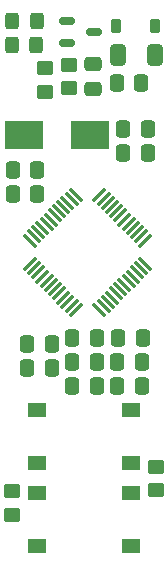
<source format=gbr>
%TF.GenerationSoftware,KiCad,Pcbnew,8.0.2*%
%TF.CreationDate,2024-07-28T15:43:25-06:00*%
%TF.ProjectId,stm32_devboard,73746d33-325f-4646-9576-626f6172642e,rev?*%
%TF.SameCoordinates,Original*%
%TF.FileFunction,Paste,Top*%
%TF.FilePolarity,Positive*%
%FSLAX46Y46*%
G04 Gerber Fmt 4.6, Leading zero omitted, Abs format (unit mm)*
G04 Created by KiCad (PCBNEW 8.0.2) date 2024-07-28 15:43:25*
%MOMM*%
%LPD*%
G01*
G04 APERTURE LIST*
G04 Aperture macros list*
%AMRoundRect*
0 Rectangle with rounded corners*
0 $1 Rounding radius*
0 $2 $3 $4 $5 $6 $7 $8 $9 X,Y pos of 4 corners*
0 Add a 4 corners polygon primitive as box body*
4,1,4,$2,$3,$4,$5,$6,$7,$8,$9,$2,$3,0*
0 Add four circle primitives for the rounded corners*
1,1,$1+$1,$2,$3*
1,1,$1+$1,$4,$5*
1,1,$1+$1,$6,$7*
1,1,$1+$1,$8,$9*
0 Add four rect primitives between the rounded corners*
20,1,$1+$1,$2,$3,$4,$5,0*
20,1,$1+$1,$4,$5,$6,$7,0*
20,1,$1+$1,$6,$7,$8,$9,0*
20,1,$1+$1,$8,$9,$2,$3,0*%
G04 Aperture macros list end*
%ADD10R,3.325000X2.400000*%
%ADD11R,1.550000X1.300000*%
%ADD12RoundRect,0.250000X-0.412500X-0.650000X0.412500X-0.650000X0.412500X0.650000X-0.412500X0.650000X0*%
%ADD13RoundRect,0.250000X-0.337500X-0.475000X0.337500X-0.475000X0.337500X0.475000X-0.337500X0.475000X0*%
%ADD14RoundRect,0.075000X-0.521491X0.415425X0.415425X-0.521491X0.521491X-0.415425X-0.415425X0.521491X0*%
%ADD15RoundRect,0.075000X-0.521491X-0.415425X-0.415425X-0.521491X0.521491X0.415425X0.415425X0.521491X0*%
%ADD16RoundRect,0.250000X-0.325000X-0.450000X0.325000X-0.450000X0.325000X0.450000X-0.325000X0.450000X0*%
%ADD17RoundRect,0.250000X0.337500X0.475000X-0.337500X0.475000X-0.337500X-0.475000X0.337500X-0.475000X0*%
%ADD18RoundRect,0.250000X0.450000X-0.350000X0.450000X0.350000X-0.450000X0.350000X-0.450000X-0.350000X0*%
%ADD19RoundRect,0.150000X-0.512500X-0.150000X0.512500X-0.150000X0.512500X0.150000X-0.512500X0.150000X0*%
%ADD20RoundRect,0.250000X-0.450000X0.350000X-0.450000X-0.350000X0.450000X-0.350000X0.450000X0.350000X0*%
%ADD21RoundRect,0.250000X-0.475000X0.337500X-0.475000X-0.337500X0.475000X-0.337500X0.475000X0.337500X0*%
%ADD22RoundRect,0.225000X-0.225000X-0.375000X0.225000X-0.375000X0.225000X0.375000X-0.225000X0.375000X0*%
G04 APERTURE END LIST*
D10*
%TO.C,Y1*%
X141415000Y-86233000D03*
X135890000Y-86233000D03*
%TD*%
D11*
%TO.C,SW1*%
X144945000Y-114010000D03*
X136995000Y-114010000D03*
X144945000Y-109510000D03*
X136995000Y-109510000D03*
%TD*%
D12*
%TO.C,C4*%
X143810500Y-79460000D03*
X146935500Y-79460000D03*
%TD*%
D13*
%TO.C,C9*%
X146325500Y-87757000D03*
X144250500Y-87757000D03*
%TD*%
D11*
%TO.C,SW2*%
X144945000Y-120995000D03*
X136995000Y-120995000D03*
X144945000Y-116495000D03*
X136995000Y-116495000D03*
%TD*%
D14*
%TO.C,U2*%
X140252657Y-91258124D03*
X139899103Y-91611678D03*
X139545550Y-91965231D03*
X139191996Y-92318785D03*
X138838443Y-92672338D03*
X138484890Y-93025891D03*
X138131336Y-93379445D03*
X137777783Y-93732998D03*
X137424230Y-94086551D03*
X137070676Y-94440105D03*
X136717123Y-94793658D03*
X136363569Y-95147212D03*
D15*
X136363569Y-97144788D03*
X136717123Y-97498342D03*
X137070676Y-97851895D03*
X137424230Y-98205449D03*
X137777783Y-98559002D03*
X138131336Y-98912555D03*
X138484890Y-99266109D03*
X138838443Y-99619662D03*
X139191996Y-99973215D03*
X139545550Y-100326769D03*
X139899103Y-100680322D03*
X140252657Y-101033876D03*
D14*
X142250233Y-101033876D03*
X142603787Y-100680322D03*
X142957340Y-100326769D03*
X143310894Y-99973215D03*
X143664447Y-99619662D03*
X144018000Y-99266109D03*
X144371554Y-98912555D03*
X144725107Y-98559002D03*
X145078660Y-98205449D03*
X145432214Y-97851895D03*
X145785767Y-97498342D03*
X146139321Y-97144788D03*
D15*
X146139321Y-95147212D03*
X145785767Y-94793658D03*
X145432214Y-94440105D03*
X145078660Y-94086551D03*
X144725107Y-93732998D03*
X144371554Y-93379445D03*
X144018000Y-93025891D03*
X143664447Y-92672338D03*
X143310894Y-92318785D03*
X142957340Y-91965231D03*
X142603787Y-91611678D03*
X142250233Y-91258124D03*
%TD*%
D16*
%TO.C,D3*%
X134865000Y-78613000D03*
X136915000Y-78613000D03*
%TD*%
D13*
%TO.C,C11*%
X143742500Y-105410000D03*
X145817500Y-105410000D03*
%TD*%
D16*
%TO.C,D2*%
X134874000Y-76581000D03*
X136924000Y-76581000D03*
%TD*%
D13*
%TO.C,C10*%
X146347000Y-85725000D03*
X144272000Y-85725000D03*
%TD*%
D17*
%TO.C,C13*%
X145817500Y-107442000D03*
X143742500Y-107442000D03*
%TD*%
D18*
%TO.C,R3*%
X147066000Y-116300000D03*
X147066000Y-114300000D03*
%TD*%
D13*
%TO.C,C5*%
X143735500Y-81788000D03*
X145810500Y-81788000D03*
%TD*%
D19*
%TO.C,U1*%
X139542000Y-76520000D03*
X139542000Y-78420000D03*
X141817000Y-77470000D03*
%TD*%
D17*
%TO.C,C8*%
X136147900Y-105968800D03*
X138222900Y-105968800D03*
%TD*%
D13*
%TO.C,C7*%
X139932500Y-105410000D03*
X142007500Y-105410000D03*
%TD*%
D20*
%TO.C,R4*%
X139700000Y-80250000D03*
X139700000Y-82250000D03*
%TD*%
D21*
%TO.C,C6*%
X141732000Y-80242500D03*
X141732000Y-82317500D03*
%TD*%
D17*
%TO.C,C1*%
X134905500Y-89154000D03*
X136980500Y-89154000D03*
%TD*%
D22*
%TO.C,D1*%
X143638000Y-76962000D03*
X146938000Y-76962000D03*
%TD*%
D18*
%TO.C,R1*%
X137668000Y-82534000D03*
X137668000Y-80534000D03*
%TD*%
D13*
%TO.C,C15*%
X139932500Y-103378000D03*
X142007500Y-103378000D03*
%TD*%
D17*
%TO.C,C3*%
X134905500Y-91186000D03*
X136980500Y-91186000D03*
%TD*%
%TO.C,C12*%
X136126400Y-103936800D03*
X138201400Y-103936800D03*
%TD*%
D20*
%TO.C,R2*%
X134874000Y-116364000D03*
X134874000Y-118364000D03*
%TD*%
D13*
%TO.C,C2*%
X139932500Y-107442000D03*
X142007500Y-107442000D03*
%TD*%
%TO.C,C14*%
X143848000Y-103378000D03*
X145923000Y-103378000D03*
%TD*%
M02*

</source>
